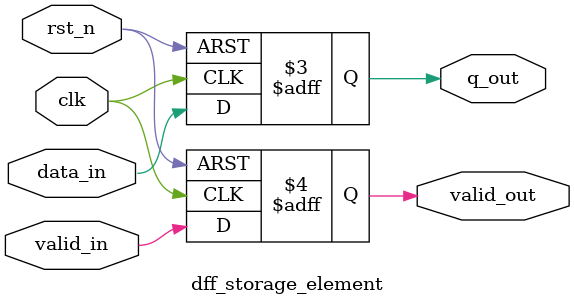
<source format=sv>
module d_flip_flop (
    input  wire clk,
    input  wire rst_n,        // 复位信号
    input  wire valid_in,     // 输入有效信号
    input  wire d,            // 数据输入
    output wire q,            // 数据输出
    output wire valid_out     // 输出有效信号
);
    // 流水线阶段信号
    wire data_stage1;         // 第一级流水线数据
    reg  valid_stage1;        // 第一级流水线有效信号
    
    reg  data_stage2;         // 第二级流水线数据
    reg  valid_stage2;        // 第二级流水线有效信号
    
    // 实例化流水线第一级输入处理单元
    dff_input_stage input_stage (
        .d_in(d),
        .d_out(data_stage1)
    );
    
    // 第一级流水线寄存器
    always @(posedge clk or negedge rst_n) begin
        if (!rst_n) begin
            valid_stage1 <= 1'b0;
        end else begin
            valid_stage1 <= valid_in;
        end
    end
    
    // 第二级流水线寄存器
    always @(posedge clk or negedge rst_n) begin
        if (!rst_n) begin
            data_stage2  <= 1'b0;
            valid_stage2 <= 1'b0;
        end else begin
            data_stage2  <= data_stage1;
            valid_stage2 <= valid_stage1;
        end
    end
    
    // 实例化流水线第三级存储单元
    dff_storage_element storage_element (
        .clk(clk),
        .rst_n(rst_n),
        .valid_in(valid_stage2),
        .data_in(data_stage2),
        .q_out(q),
        .valid_out(valid_out)
    );
    
endmodule

// 流水线第一级输入处理子模块
module dff_input_stage (
    input  wire d_in,
    output wire d_out
);
    // 输入处理逻辑
    assign d_out = d_in;
    
endmodule

// 流水线第三级存储单元子模块
module dff_storage_element (
    input  wire clk,
    input  wire rst_n,
    input  wire valid_in,
    input  wire data_in,
    output reg  q_out,
    output reg  valid_out
);
    // 输出寄存器和有效信号
    always @(posedge clk or negedge rst_n) begin
        if (!rst_n) begin
            q_out     <= 1'b0;
            valid_out <= 1'b0;
        end else begin
            q_out     <= data_in;
            valid_out <= valid_in;
        end
    end
    
endmodule
</source>
